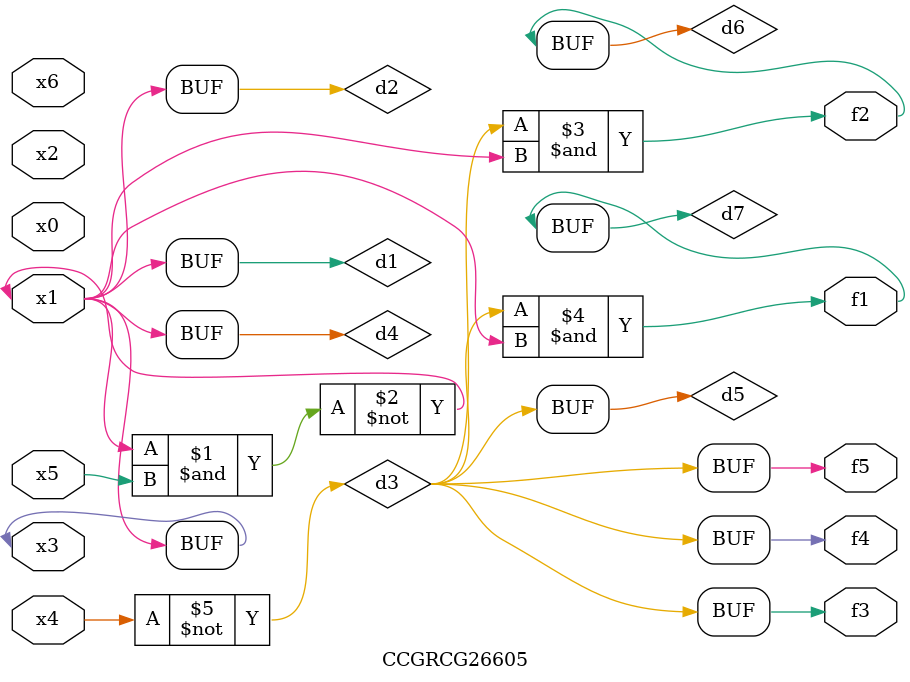
<source format=v>
module CCGRCG26605(
	input x0, x1, x2, x3, x4, x5, x6,
	output f1, f2, f3, f4, f5
);

	wire d1, d2, d3, d4, d5, d6, d7;

	buf (d1, x1, x3);
	nand (d2, x1, x5);
	not (d3, x4);
	buf (d4, d1, d2);
	buf (d5, d3);
	and (d6, d3, d4);
	and (d7, d3, d4);
	assign f1 = d7;
	assign f2 = d6;
	assign f3 = d5;
	assign f4 = d5;
	assign f5 = d5;
endmodule

</source>
